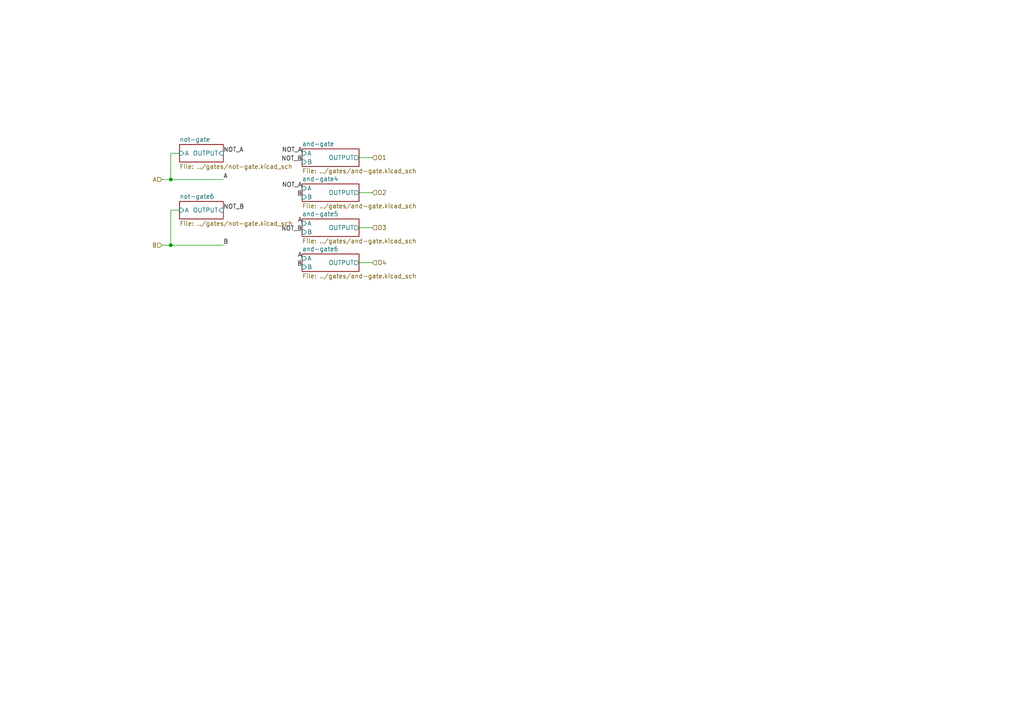
<source format=kicad_sch>
(kicad_sch
	(version 20231120)
	(generator "eeschema")
	(generator_version "8.0")
	(uuid "8d889d73-dc83-4052-88ed-fbdbf8b1a993")
	(paper "A4")
	(lib_symbols)
	(junction
		(at 49.53 71.12)
		(diameter 0)
		(color 0 0 0 0)
		(uuid "20981bdd-a626-4648-b3f0-0afb452fcce6")
	)
	(junction
		(at 49.53 52.07)
		(diameter 0)
		(color 0 0 0 0)
		(uuid "ea27157e-cfc6-49e9-b7fc-7308bddf307c")
	)
	(wire
		(pts
			(xy 49.53 60.96) (xy 49.53 71.12)
		)
		(stroke
			(width 0)
			(type default)
		)
		(uuid "00b33d56-0d52-4dde-ad70-516991f60184")
	)
	(wire
		(pts
			(xy 46.99 71.12) (xy 49.53 71.12)
		)
		(stroke
			(width 0)
			(type default)
		)
		(uuid "20193335-201b-44c9-b330-18a25dd7e5b5")
	)
	(wire
		(pts
			(xy 49.53 52.07) (xy 64.77 52.07)
		)
		(stroke
			(width 0)
			(type default)
		)
		(uuid "2d58ac8d-eb41-4b9a-902c-f8abedd2dcc1")
	)
	(wire
		(pts
			(xy 46.99 52.07) (xy 49.53 52.07)
		)
		(stroke
			(width 0)
			(type default)
		)
		(uuid "40dfbbe0-6450-4433-930a-8557442f48c9")
	)
	(wire
		(pts
			(xy 49.53 44.45) (xy 49.53 52.07)
		)
		(stroke
			(width 0)
			(type default)
		)
		(uuid "5018ff4d-0249-4894-a574-e73c572699dd")
	)
	(wire
		(pts
			(xy 107.95 45.72) (xy 104.14 45.72)
		)
		(stroke
			(width 0)
			(type default)
		)
		(uuid "69b9c076-50a2-405f-a08b-f931edff23a2")
	)
	(wire
		(pts
			(xy 107.95 66.04) (xy 104.14 66.04)
		)
		(stroke
			(width 0)
			(type default)
		)
		(uuid "7048316f-4302-4a4d-b3b2-285c3ebaabe4")
	)
	(wire
		(pts
			(xy 49.53 44.45) (xy 52.07 44.45)
		)
		(stroke
			(width 0)
			(type default)
		)
		(uuid "7fa4f772-1237-40cb-af29-b1b7b2983197")
	)
	(wire
		(pts
			(xy 107.95 76.2) (xy 104.14 76.2)
		)
		(stroke
			(width 0)
			(type default)
		)
		(uuid "900c39ad-3c8c-48ca-8f6b-47eb3a542c33")
	)
	(wire
		(pts
			(xy 49.53 60.96) (xy 52.07 60.96)
		)
		(stroke
			(width 0)
			(type default)
		)
		(uuid "90586510-13d9-48f6-9387-19563c22859a")
	)
	(wire
		(pts
			(xy 49.53 71.12) (xy 64.77 71.12)
		)
		(stroke
			(width 0)
			(type default)
		)
		(uuid "d630496c-1f99-4121-b401-c1466f951fed")
	)
	(wire
		(pts
			(xy 107.95 55.88) (xy 104.14 55.88)
		)
		(stroke
			(width 0)
			(type default)
		)
		(uuid "f27e6763-f54b-4722-9767-1ee81cb3910b")
	)
	(label "A"
		(at 87.63 74.93 180)
		(fields_autoplaced yes)
		(effects
			(font
				(size 1.27 1.27)
			)
			(justify right bottom)
		)
		(uuid "0b17529b-8003-4f6b-8e99-5bb3f3aed360")
	)
	(label "NOT_B"
		(at 87.63 67.31 180)
		(fields_autoplaced yes)
		(effects
			(font
				(size 1.27 1.27)
			)
			(justify right bottom)
		)
		(uuid "0f90d5e4-29c8-40d9-8b63-b2dd07be07ed")
	)
	(label "B"
		(at 87.63 57.15 180)
		(fields_autoplaced yes)
		(effects
			(font
				(size 1.27 1.27)
			)
			(justify right bottom)
		)
		(uuid "2cfa88ea-e077-4e21-bb26-bdde178fac1f")
	)
	(label "A"
		(at 64.77 52.07 0)
		(fields_autoplaced yes)
		(effects
			(font
				(size 1.27 1.27)
			)
			(justify left bottom)
		)
		(uuid "68225f1b-5077-45f8-a70a-84fff887eb38")
	)
	(label "NOT_A"
		(at 87.63 44.45 180)
		(fields_autoplaced yes)
		(effects
			(font
				(size 1.27 1.27)
			)
			(justify right bottom)
		)
		(uuid "8d0d0a31-50b1-4e4b-9860-18ccf1fbea9b")
	)
	(label "A"
		(at 87.63 64.77 180)
		(fields_autoplaced yes)
		(effects
			(font
				(size 1.27 1.27)
			)
			(justify right bottom)
		)
		(uuid "9c32310c-183e-40f4-9f78-a7b6d2cd77bb")
	)
	(label "NOT_B"
		(at 64.77 60.96 0)
		(fields_autoplaced yes)
		(effects
			(font
				(size 1.27 1.27)
			)
			(justify left bottom)
		)
		(uuid "a0e4a7b0-6433-47c3-a733-a11b2e7d9c5f")
	)
	(label "B"
		(at 64.77 71.12 0)
		(fields_autoplaced yes)
		(effects
			(font
				(size 1.27 1.27)
			)
			(justify left bottom)
		)
		(uuid "b33c77b1-684c-4ff1-a252-5156cc048bc0")
	)
	(label "NOT_B"
		(at 87.63 46.99 180)
		(fields_autoplaced yes)
		(effects
			(font
				(size 1.27 1.27)
			)
			(justify right bottom)
		)
		(uuid "b80ae083-b639-4465-8873-0586be4a4c92")
	)
	(label "NOT_A"
		(at 87.63 54.61 180)
		(fields_autoplaced yes)
		(effects
			(font
				(size 1.27 1.27)
			)
			(justify right bottom)
		)
		(uuid "df7592f5-355b-42c1-b7a3-75c40a19a127")
	)
	(label "NOT_A"
		(at 64.77 44.45 0)
		(fields_autoplaced yes)
		(effects
			(font
				(size 1.27 1.27)
			)
			(justify left bottom)
		)
		(uuid "e90aad66-ad2b-44e0-af64-dbbfdb73918d")
	)
	(label "B"
		(at 87.63 77.47 180)
		(fields_autoplaced yes)
		(effects
			(font
				(size 1.27 1.27)
			)
			(justify right bottom)
		)
		(uuid "f3918ace-0dac-458e-ba7d-bd060b81b266")
	)
	(hierarchical_label "O2"
		(shape input)
		(at 107.95 55.88 0)
		(fields_autoplaced yes)
		(effects
			(font
				(size 1.27 1.27)
			)
			(justify left)
		)
		(uuid "543fbb48-9db6-421a-ab93-1ab05d4d897b")
	)
	(hierarchical_label "B"
		(shape input)
		(at 46.99 71.12 180)
		(fields_autoplaced yes)
		(effects
			(font
				(size 1.27 1.27)
			)
			(justify right)
		)
		(uuid "878a41e9-40c8-421b-a490-8b5a0b39b2b0")
	)
	(hierarchical_label "O4"
		(shape input)
		(at 107.95 76.2 0)
		(fields_autoplaced yes)
		(effects
			(font
				(size 1.27 1.27)
			)
			(justify left)
		)
		(uuid "b260e8df-4dad-4cb7-89de-061b095d8a04")
	)
	(hierarchical_label "O3"
		(shape input)
		(at 107.95 66.04 0)
		(fields_autoplaced yes)
		(effects
			(font
				(size 1.27 1.27)
			)
			(justify left)
		)
		(uuid "c2672c47-cb6f-4cfa-8cbc-eade9495ac88")
	)
	(hierarchical_label "O1"
		(shape input)
		(at 107.95 45.72 0)
		(fields_autoplaced yes)
		(effects
			(font
				(size 1.27 1.27)
			)
			(justify left)
		)
		(uuid "c609ee74-0a3d-4c60-bbe4-e454e6692921")
	)
	(hierarchical_label "A"
		(shape input)
		(at 46.99 52.07 180)
		(fields_autoplaced yes)
		(effects
			(font
				(size 1.27 1.27)
			)
			(justify right)
		)
		(uuid "cbab94be-6a07-4118-837a-2d3cc587f63d")
	)
	(sheet
		(at 87.63 43.18)
		(size 16.51 5.08)
		(fields_autoplaced yes)
		(stroke
			(width 0.1524)
			(type solid)
		)
		(fill
			(color 0 0 0 0.0000)
		)
		(uuid "15749cf9-595d-439f-9170-40c462fc78e9")
		(property "Sheetname" "and-gate"
			(at 87.63 42.4684 0)
			(effects
				(font
					(size 1.27 1.27)
				)
				(justify left bottom)
			)
		)
		(property "Sheetfile" "../gates/and-gate.kicad_sch"
			(at 87.63 48.8446 0)
			(effects
				(font
					(size 1.27 1.27)
				)
				(justify left top)
			)
		)
		(pin "OUTPUT" output
			(at 104.14 45.72 0)
			(effects
				(font
					(size 1.27 1.27)
				)
				(justify right)
			)
			(uuid "6b023da0-8594-483e-8ee3-483519e8f2df")
		)
		(pin "B" input
			(at 87.63 46.99 180)
			(effects
				(font
					(size 1.27 1.27)
				)
				(justify left)
			)
			(uuid "a7106812-6bf2-4983-8710-065539eca128")
		)
		(pin "A" input
			(at 87.63 44.45 180)
			(effects
				(font
					(size 1.27 1.27)
				)
				(justify left)
			)
			(uuid "c926476c-5b1b-4754-863d-d2d156ac9158")
		)
		(instances
			(project "control-unit"
				(path "/1cf3a7ee-ec47-45b6-b515-1840d726ab8f/3b093a12-0540-43ca-8877-b58e062186b8"
					(page "31")
				)
			)
		)
	)
	(sheet
		(at 87.63 73.66)
		(size 16.51 5.08)
		(fields_autoplaced yes)
		(stroke
			(width 0.1524)
			(type solid)
		)
		(fill
			(color 0 0 0 0.0000)
		)
		(uuid "49ceba70-18fe-450b-a84b-ba837babd36a")
		(property "Sheetname" "and-gate6"
			(at 87.63 72.9484 0)
			(effects
				(font
					(size 1.27 1.27)
				)
				(justify left bottom)
			)
		)
		(property "Sheetfile" "../gates/and-gate.kicad_sch"
			(at 87.63 79.3246 0)
			(effects
				(font
					(size 1.27 1.27)
				)
				(justify left top)
			)
		)
		(pin "OUTPUT" output
			(at 104.14 76.2 0)
			(effects
				(font
					(size 1.27 1.27)
				)
				(justify right)
			)
			(uuid "a56bf1c9-2bbd-4556-aaee-efcdcbd45b1e")
		)
		(pin "B" input
			(at 87.63 77.47 180)
			(effects
				(font
					(size 1.27 1.27)
				)
				(justify left)
			)
			(uuid "7aad42ab-ec35-4a40-a230-923e3b9c24d9")
		)
		(pin "A" input
			(at 87.63 74.93 180)
			(effects
				(font
					(size 1.27 1.27)
				)
				(justify left)
			)
			(uuid "b11d77d9-283e-46ff-af33-ba9da7d60394")
		)
		(instances
			(project "control-unit"
				(path "/1cf3a7ee-ec47-45b6-b515-1840d726ab8f/3b093a12-0540-43ca-8877-b58e062186b8"
					(page "33")
				)
			)
		)
	)
	(sheet
		(at 87.63 53.34)
		(size 16.51 5.08)
		(fields_autoplaced yes)
		(stroke
			(width 0.1524)
			(type solid)
		)
		(fill
			(color 0 0 0 0.0000)
		)
		(uuid "5ddd5245-8b91-4791-8f70-df07f4e785df")
		(property "Sheetname" "and-gate4"
			(at 87.63 52.6284 0)
			(effects
				(font
					(size 1.27 1.27)
				)
				(justify left bottom)
			)
		)
		(property "Sheetfile" "../gates/and-gate.kicad_sch"
			(at 87.63 59.0046 0)
			(effects
				(font
					(size 1.27 1.27)
				)
				(justify left top)
			)
		)
		(pin "OUTPUT" output
			(at 104.14 55.88 0)
			(effects
				(font
					(size 1.27 1.27)
				)
				(justify right)
			)
			(uuid "d2ff54d1-3a2b-4b8b-9b32-59a7eaf41f96")
		)
		(pin "B" input
			(at 87.63 57.15 180)
			(effects
				(font
					(size 1.27 1.27)
				)
				(justify left)
			)
			(uuid "49bf60ae-ce1d-4718-a048-c37ffb3208a3")
		)
		(pin "A" input
			(at 87.63 54.61 180)
			(effects
				(font
					(size 1.27 1.27)
				)
				(justify left)
			)
			(uuid "b4b11afc-856c-490a-9577-93731596d87e")
		)
		(instances
			(project "control-unit"
				(path "/1cf3a7ee-ec47-45b6-b515-1840d726ab8f/3b093a12-0540-43ca-8877-b58e062186b8"
					(page "30")
				)
			)
		)
	)
	(sheet
		(at 52.07 41.91)
		(size 12.7 5.08)
		(fields_autoplaced yes)
		(stroke
			(width 0.1524)
			(type solid)
		)
		(fill
			(color 0 0 0 0.0000)
		)
		(uuid "77964015-ec89-42e0-893c-6358bdc5e5f2")
		(property "Sheetname" "not-gate"
			(at 52.07 41.1984 0)
			(effects
				(font
					(size 1.27 1.27)
				)
				(justify left bottom)
			)
		)
		(property "Sheetfile" "../gates/not-gate.kicad_sch"
			(at 52.07 47.5746 0)
			(effects
				(font
					(size 1.27 1.27)
				)
				(justify left top)
			)
		)
		(pin "A" input
			(at 52.07 44.45 180)
			(effects
				(font
					(size 1.27 1.27)
				)
				(justify left)
			)
			(uuid "d39065a4-47b7-44fb-92b8-1ae7bc8f14cf")
		)
		(pin "OUTPUT" input
			(at 64.77 44.45 0)
			(effects
				(font
					(size 1.27 1.27)
				)
				(justify right)
			)
			(uuid "da79ee31-85e5-466e-9da1-74189df54086")
		)
		(instances
			(project "control-unit"
				(path "/1cf3a7ee-ec47-45b6-b515-1840d726ab8f/3b093a12-0540-43ca-8877-b58e062186b8"
					(page "35")
				)
			)
		)
	)
	(sheet
		(at 87.63 63.5)
		(size 16.51 5.08)
		(fields_autoplaced yes)
		(stroke
			(width 0.1524)
			(type solid)
		)
		(fill
			(color 0 0 0 0.0000)
		)
		(uuid "77d31040-20cf-4a56-a5af-93b900d8169e")
		(property "Sheetname" "and-gate5"
			(at 87.63 62.7884 0)
			(effects
				(font
					(size 1.27 1.27)
				)
				(justify left bottom)
			)
		)
		(property "Sheetfile" "../gates/and-gate.kicad_sch"
			(at 87.63 69.1646 0)
			(effects
				(font
					(size 1.27 1.27)
				)
				(justify left top)
			)
		)
		(pin "OUTPUT" output
			(at 104.14 66.04 0)
			(effects
				(font
					(size 1.27 1.27)
				)
				(justify right)
			)
			(uuid "69388090-cb97-4be1-8046-9a8c9e3c607f")
		)
		(pin "B" input
			(at 87.63 67.31 180)
			(effects
				(font
					(size 1.27 1.27)
				)
				(justify left)
			)
			(uuid "c140e6bd-c002-4e71-94c3-9c27b28405b2")
		)
		(pin "A" input
			(at 87.63 64.77 180)
			(effects
				(font
					(size 1.27 1.27)
				)
				(justify left)
			)
			(uuid "97e4b5ce-baa5-4a56-8207-62786a547e4d")
		)
		(instances
			(project "control-unit"
				(path "/1cf3a7ee-ec47-45b6-b515-1840d726ab8f/3b093a12-0540-43ca-8877-b58e062186b8"
					(page "32")
				)
			)
		)
	)
	(sheet
		(at 52.07 58.42)
		(size 12.7 5.08)
		(fields_autoplaced yes)
		(stroke
			(width 0.1524)
			(type solid)
		)
		(fill
			(color 0 0 0 0.0000)
		)
		(uuid "c4e913ae-1921-4602-80cf-8d8d9fdbe077")
		(property "Sheetname" "not-gate6"
			(at 52.07 57.7084 0)
			(effects
				(font
					(size 1.27 1.27)
				)
				(justify left bottom)
			)
		)
		(property "Sheetfile" "../gates/not-gate.kicad_sch"
			(at 52.07 64.0846 0)
			(effects
				(font
					(size 1.27 1.27)
				)
				(justify left top)
			)
		)
		(pin "A" input
			(at 52.07 60.96 180)
			(effects
				(font
					(size 1.27 1.27)
				)
				(justify left)
			)
			(uuid "7140c43b-5ebe-4cec-9cc1-56dd1da2f558")
		)
		(pin "OUTPUT" input
			(at 64.77 60.96 0)
			(effects
				(font
					(size 1.27 1.27)
				)
				(justify right)
			)
			(uuid "853cab9e-fff3-4734-b95c-64ddc2b6ceb7")
		)
		(instances
			(project "control-unit"
				(path "/1cf3a7ee-ec47-45b6-b515-1840d726ab8f/3b093a12-0540-43ca-8877-b58e062186b8"
					(page "34")
				)
			)
		)
	)
)

</source>
